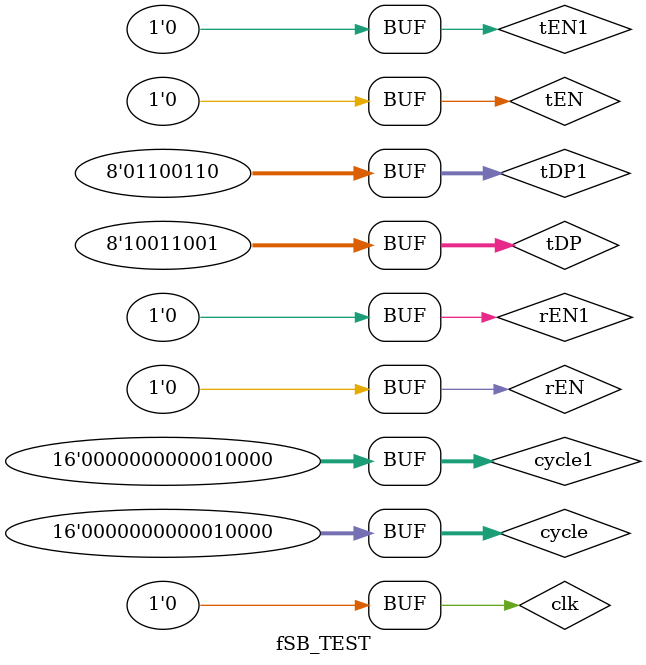
<source format=v>
`timescale 1ns / 1ps


module fSB_TEST;

	// Inputs
	reg clk;
	reg [7:0] tDP;
	reg tEN;
	reg rEN;
	reg [15:0] cycle;

	// Outputs
	wire [7:0] rDP;

	// Bidirs
	wire RxTx;

	// Instantiate the Unit Under Test (UUT)
	fastSerialBus uut_0 (
		.clk(clk), 
		.RxTx(RxTx), 
		.tDP(tDP), 
		.tEN(tEN), 
		.rDP(rDP), 
		.rEN(rEN), 
		.cycle(cycle)
	);
	
	// Inputs
	reg [7:0] tDP1;
	reg tEN1;
	reg rEN1;
	reg [15:0] cycle1;

	// Outputs
	wire [7:0] rDP1;

	// Instantiate the Unit Under Test (UUT)
	fastSerialBus uut_1 (
		.clk(clk), 
		.RxTx(RxTx), 
		.tDP(tDP1), 
		.tEN(tEN1), 
		.rDP(rDP1), 
		.rEN(rEN1), 
		.cycle(cycle1)
	);

	initial begin
		// Initialize Inputs
		clk = 0;
		tDP = 0;
		tEN = 0;
		rEN = 0;
		cycle = 16;
		tDP1 = 0;
		tEN1 = 0;
		rEN1 = 0;
		cycle1 = 16;


		// Wait 100 ns for global reset to finish
		#100;
        
		// Add stimulus here
		
		tDP <= 8'b10011001;
		rEN1 <= 1;
		#2;
		tEN <= 1;
		#2;
		tEN <= 0;
		rEN1 <= 0;
		#2;
		
		#700;
		
		tDP1 <= 8'b01100110;
		rEN <= 1;
		#2;
		#2;
		rEN <= 0;
		#4;
		tEN1 <= 1;
		#2;
		tEN1 <= 0;
		

	end
      
	always begin
		#1;
		clk <= 1;
		#1;
		clk <= 0;
	end
endmodule


</source>
